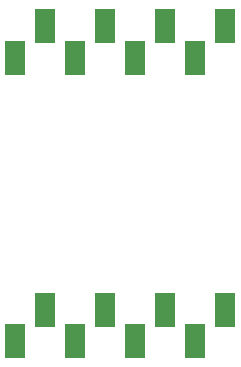
<source format=gbs>
G04 (created by PCBNEW (2013-jul-07)-stable) date Mon 22 Dec 2014 11:35:30 AM PST*
%MOIN*%
G04 Gerber Fmt 3.4, Leading zero omitted, Abs format*
%FSLAX34Y34*%
G01*
G70*
G90*
G04 APERTURE LIST*
%ADD10C,0.00590551*%
%ADD11R,0.065X0.115*%
G04 APERTURE END LIST*
G54D10*
G54D11*
X22799Y-31549D03*
X23799Y-30499D03*
X24799Y-31549D03*
X25799Y-30499D03*
X26799Y-31549D03*
X27799Y-30499D03*
X28799Y-31549D03*
X29799Y-30499D03*
X22799Y-22100D03*
X23799Y-21050D03*
X24799Y-22100D03*
X25799Y-21050D03*
X26799Y-22100D03*
X27799Y-21050D03*
X28799Y-22100D03*
X29799Y-21050D03*
M02*

</source>
